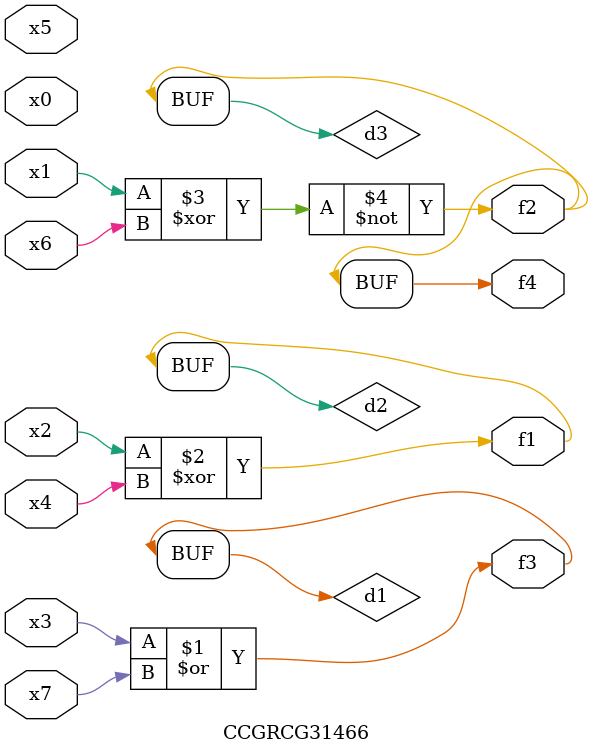
<source format=v>
module CCGRCG31466(
	input x0, x1, x2, x3, x4, x5, x6, x7,
	output f1, f2, f3, f4
);

	wire d1, d2, d3;

	or (d1, x3, x7);
	xor (d2, x2, x4);
	xnor (d3, x1, x6);
	assign f1 = d2;
	assign f2 = d3;
	assign f3 = d1;
	assign f4 = d3;
endmodule

</source>
